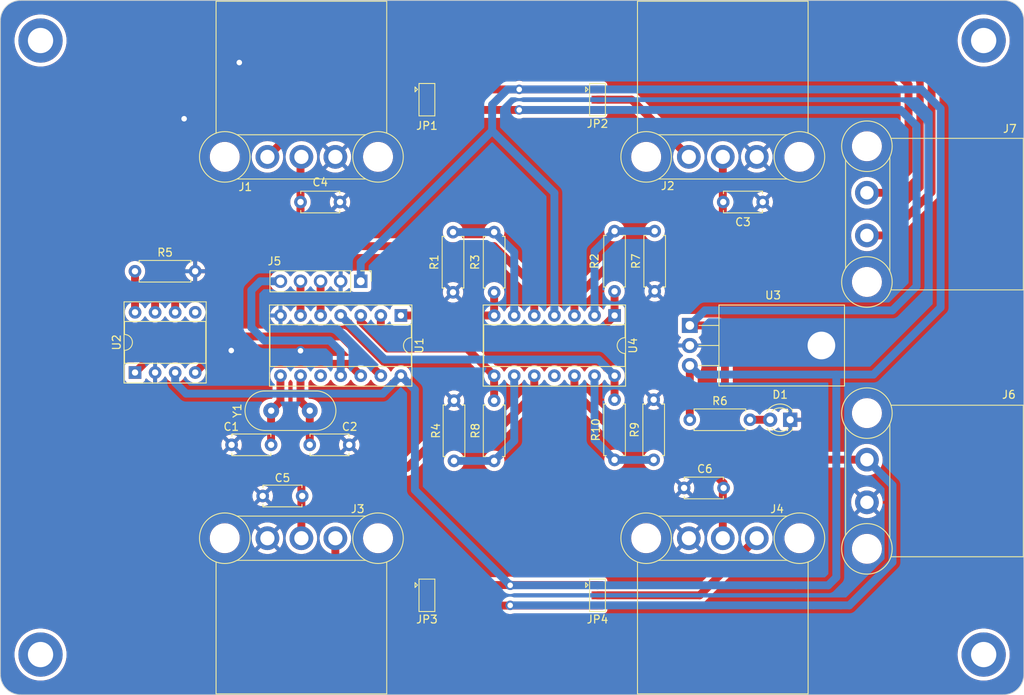
<source format=kicad_pcb>
(kicad_pcb (version 20221018) (generator pcbnew)
  (layers (0 "F.Cu" signal) (31 "B.Cu" signal) (34 "B.Paste" user) (35 "F.Paste" user) (36 "B.SilkS" user "B.Silkscreen") (37 "F.SilkS" user "F.Silkscreen") (38 "B.Mask" user) (39 "F.Mask" user) (44 "Edge.Cuts" user))
  (net 0 "")
  (net 1 "Net-(U1-OSC1)")
  (net 2 "GND")
  (net 3 "Net-(U1-OSC2)")
  (net 4 "Net-(J4-Pin_2)")
  (net 5 "/PWR LED")
  (net 6 "+5V")
  (net 7 "/DATA")
  (net 8 "/CLK")
  (net 9 "/VPP")
  (net 10 "+12V")
  (net 11 "/AN0")
  (net 12 "Net-(U2-Rs)")
  (net 13 "/AN1")
  (net 14 "/AN2")
  (net 15 "/AN3")
  (net 17 "/RXCAN")
  (net 18 "/TXCAN")
  (net 20 "Net-(J2-Pin_2)")
  (net 21 "Net-(J1-Pin_2)")
  (net 22 "Net-(J3-Pin_2)")
  (net 23 "Net-(J1-Pin_3)")
  (net 24 "Net-(J2-Pin_3)")
  (net 25 "Net-(J3-Pin_3)")
  (net 26 "Net-(J4-Pin_3)")
  (net 27 "Net-(J7-Pin_1)")
  (net 28 "Net-(J7-Pin_2)")
  (net 29 "Net-(U4B--)")
  (net 30 "Net-(U4A--)")
  (net 31 "Net-(U4C--)")
  (net 32 "Net-(U4D--)")
  (footprint "Resistor_THT:R_Axial_DIN0207_L6.3mm_D2.5mm_P7.62mm_Horizontal" (layer "F.Cu") (at 169.926 83.947 -90)
    (fp_text reference "R9" (at 3.81 2.413 90) (layer "F.SilkS"))
    (fp_text value "220R")
    (pad "1" thru_hole circle (at 0 0 270) (size 1.6 1.6) (drill 0.8) (layers "*.Cu" "*.Mask") (net 2 "GND"))
    (pad "2" thru_hole oval (at 7.62 0 270) (size 1.6 1.6) (drill 0.8) (layers "*.Cu" "*.Mask") (net 32 "Net-(U4D--)"))
  )
  (footprint "Package_TO_SOT_THT:TO-220-3_Horizontal_TabDown" (layer "F.Cu") (at 174.398 74.489 -90)
    (fp_text reference "U3" hide)
    (fp_text value "TL780-05KCS" hide)
    (fp_text user "${REFERENCE}" (at -3.75 -10.641 -180) (layer "F.SilkS"))
    (pad "1" thru_hole rect (at 0.06 -0.1 270) (size 1.905 2) (drill 1.1) (layers "*.Cu" "*.Mask") (net 10 "+12V"))
    (pad "2" thru_hole circle (at 2.6 -16.76 270) (size 4 4) (drill 3.5) (layers "*.Cu" "*.Mask") (net 2 "GND"))
    (pad "2" thru_hole oval (at 2.6 -0.1 270) (size 1.905 2) (drill 1.1) (layers "*.Cu" "*.Mask") (net 2 "GND"))
    (pad "3" thru_hole oval (at 5.14 -0.1 270) (size 1.905 2) (drill 1.1) (layers "*.Cu" "*.Mask") (net 6 "+5V"))
  )
  (footprint "Package_DIP:DIP-14_W7.62mm_Socket" (layer "F.Cu") (at 164.978 73.289 -90)
    (fp_text reference "U4" (at 3.81 -2.33 -90) (layer "F.SilkS"))
    (fp_text value "MCP6004")
    (pad "1" thru_hole rect (at 0 0 270) (size 1.6 1.6) (drill 0.8) (layers "*.Cu" "*.Mask") (net 13 "/AN1"))
    (pad "2" thru_hole oval (at 0 2.54 270) (size 1.6 1.6) (drill 0.8) (layers "*.Cu" "*.Mask") (net 30 "Net-(U4A--)"))
    (pad "3" thru_hole oval (at 0 5.08 270) (size 1.6 1.6) (drill 0.8) (layers "*.Cu" "*.Mask") (net 20 "Net-(J2-Pin_2)"))
    (pad "4" thru_hole oval (at 0 7.62 270) (size 1.6 1.6) (drill 0.8) (layers "*.Cu" "*.Mask") (net 6 "+5V"))
    (pad "5" thru_hole oval (at 0 10.16 270) (size 1.6 1.6) (drill 0.8) (layers "*.Cu" "*.Mask") (net 21 "Net-(J1-Pin_2)"))
    (pad "6" thru_hole oval (at 0 12.7 270) (size 1.6 1.6) (drill 0.8) (layers "*.Cu" "*.Mask") (net 29 "Net-(U4B--)"))
    (pad "7" thru_hole oval (at 0 15.24 270) (size 1.6 1.6) (drill 0.8) (layers "*.Cu" "*.Mask") (net 11 "/AN0"))
    (pad "8" thru_hole oval (at 7.62 15.24 270) (size 1.6 1.6) (drill 0.8) (layers "*.Cu" "*.Mask") (net 14 "/AN2"))
    (pad "9" thru_hole oval (at 7.62 12.7 270) (size 1.6 1.6) (drill 0.8) (layers "*.Cu" "*.Mask") (net 31 "Net-(U4C--)"))
    (pad "10" thru_hole oval (at 7.62 10.16 270) (size 1.6 1.6) (drill 0.8) (layers "*.Cu" "*.Mask") (net 22 "Net-(J3-Pin_2)"))
    (pad "11" thru_hole oval (at 7.62 7.62 270) (size 1.6 1.6) (drill 0.8) (layers "*.Cu" "*.Mask"))
    (pad "12" thru_hole oval (at 7.62 5.08 270) (size 1.6 1.6) (drill 0.8) (layers "*.Cu" "*.Mask") (net 4 "Net-(J4-Pin_2)"))
    (pad "13" thru_hole oval (at 7.62 2.54 270) (size 1.6 1.6) (drill 0.8) (layers "*.Cu" "*.Mask") (net 32 "Net-(U4D--)"))
    (pad "14" thru_hole oval (at 7.62 0 270) (size 1.6 1.6) (drill 0.8) (layers "*.Cu" "*.Mask") (net 15 "/AN3"))
  )
  (footprint "Package_DIP:DIP-8_W7.62mm_Socket" (layer "F.Cu") (at 104.277 80.508 90)
    (fp_text reference "U2" (at 3.81 -2.33 90) (layer "F.SilkS"))
    (fp_text value "MCP2551-I-P")
    (pad "1" thru_hole rect (at 0 0 90) (size 1.6 1.6) (drill 0.8) (layers "*.Cu" "*.Mask") (net 18 "/TXCAN"))
    (pad "2" thru_hole oval (at 0 2.54 90) (size 1.6 1.6) (drill 0.8) (layers "*.Cu" "*.Mask") (net 2 "GND"))
    (pad "3" thru_hole oval (at 0 5.08 90) (size 1.6 1.6) (drill 0.8) (layers "*.Cu" "*.Mask") (net 6 "+5V"))
    (pad "4" thru_hole oval (at 0 7.62 90) (size 1.6 1.6) (drill 0.8) (layers "*.Cu" "*.Mask") (net 17 "/RXCAN"))
    (pad "5" thru_hole oval (at 7.62 7.62 90) (size 1.6 1.6) (drill 0.8) (layers "*.Cu" "*.Mask"))
    (pad "6" thru_hole oval (at 7.62 5.08 90) (size 1.6 1.6) (drill 0.8) (layers "*.Cu" "*.Mask") (net 28 "Net-(J7-Pin_2)"))
    (pad "7" thru_hole oval (at 7.62 2.54 90) (size 1.6 1.6) (drill 0.8) (layers "*.Cu" "*.Mask") (net 27 "Net-(J7-Pin_1)"))
    (pad "8" thru_hole oval (at 7.62 0 90) (size 1.6 1.6) (drill 0.8) (layers "*.Cu" "*.Mask") (net 12 "Net-(U2-Rs)"))
  )
  (footprint "Jumper:SolderJumper-3_P1.3mm_Open_Pad1.0x1.5mm" (layer "F.Cu") (at 141.224 45.974 -90)
    (fp_text reference "JP1" (at 3.302 0) (layer "F.SilkS"))
    (fp_text value "SolderJumper_3_Open")
    (pad "1" smd rect (at -1.3 0 270) (size 1 1.5) (layers "F.Cu" "F.Mask") (net 6 "+5V"))
    (pad "2" smd rect (at 0 0 270) (size 1 1.5) (layers "F.Cu" "F.Mask") (net 23 "Net-(J1-Pin_3)"))
    (pad "3" smd rect (at 1.3 0 270) (size 1 1.5) (layers "F.Cu" "F.Mask") (net 10 "+12V"))
  )
  (footprint "Resistor_THT:R_Axial_DIN0207_L6.3mm_D2.5mm_P7.62mm_Horizontal" (layer "F.Cu") (at 149.733 62.738 -90)
    (fp_text reference "R3" (at 3.81 2.413 90) (layer "F.SilkS"))
    (fp_text value "220R")
    (pad "1" thru_hole circle (at 0 0 270) (size 1.6 1.6) (drill 0.8) (layers "*.Cu" "*.Mask") (net 29 "Net-(U4B--)"))
    (pad "2" thru_hole oval (at 7.62 0 270) (size 1.6 1.6) (drill 0.8) (layers "*.Cu" "*.Mask") (net 11 "/AN0"))
  )
  (footprint "Resistor_THT:R_Axial_DIN0207_L6.3mm_D2.5mm_P7.62mm_Horizontal" (layer "F.Cu") (at 144.526 70.358 90)
    (fp_text reference "R1" (at 3.81 -2.37 90) (layer "F.SilkS"))
    (fp_text value "220R")
    (pad "1" thru_hole circle (at 0 0 90) (size 1.6 1.6) (drill 0.8) (layers "*.Cu" "*.Mask") (net 2 "GND"))
    (pad "2" thru_hole oval (at 7.62 0 90) (size 1.6 1.6) (drill 0.8) (layers "*.Cu" "*.Mask") (net 29 "Net-(U4B--)"))
  )
  (footprint "Jumper:SolderJumper-3_P1.3mm_Open_Pad1.0x1.5mm" (layer "F.Cu") (at 162.814 108.712 -90)
    (fp_text reference "JP4" (at 3.048 0 -180) (layer "F.SilkS"))
    (fp_text value "SolderJumper_3_Open")
    (pad "1" smd rect (at -1.3 0 270) (size 1 1.5) (layers "F.Cu" "F.Mask") (net 6 "+5V"))
    (pad "2" smd rect (at 0 0 270) (size 1 1.5) (layers "F.Cu" "F.Mask") (net 26 "Net-(J4-Pin_3)"))
    (pad "3" smd rect (at 1.3 0 270) (size 1 1.5) (layers "F.Cu" "F.Mask") (net 10 "+12V"))
  )
  (footprint "bspd:ATF13-3P-BM03" (layer "F.Cu") (at 129.634793 53.213652 180)
    (fp_text reference "J1" (at 11.397793 -3.809348 unlocked) (layer "F.SilkS"))
    (fp_text value "Conn_01x03")
    (pad "" np_thru_hole circle (at -5.4 0 180) (size 3.3 3.3) (drill 3.3) (layers "F&B.Cu" "*.Mask"))
    (pad "" np_thru_hole circle (at 14 0 180) (size 3.3 3.3) (drill 3.3) (layers "F&B.Cu" "*.Mask"))
    (pad "1" thru_hole circle (at 0 0 180) (size 3 3) (drill 1.8) (layers "*.Cu" "*.Mask") (net 2 "GND"))
    (pad "2" thru_hole circle (at 4.3 0 180) (size 3 3) (drill 1.8) (layers "*.Cu" "*.Mask") (net 21 "Net-(J1-Pin_2)"))
    (pad "3" thru_hole circle (at 8.6 0 180) (size 3 3) (drill 1.8) (layers "*.Cu" "*.Mask") (net 23 "Net-(J1-Pin_3)"))
  )
  (footprint "footprints:ATF13-2P-BM03" (layer "F.Cu") (at 196.917793 63.157652 90)
    (fp_text reference "J7" (at 13.500652 18.093207 unlocked) (layer "F.SilkS"))
    (fp_text value "Conn_01x02")
    (pad "" np_thru_hole circle (at -5.89 0 90) (size 3.3 3.3) (drill 3.3) (layers "F&B.Cu" "*.Mask"))
    (pad "" np_thru_hole circle (at 11.29 0 90) (size 3.3 3.3) (drill 3.3) (layers "F&B.Cu" "*.Mask"))
    (pad "1" thru_hole circle (at 0 0 90) (size 3 3) (drill 1.7) (layers "*.Cu" "*.Mask") (net 27 "Net-(J7-Pin_1)"))
    (pad "2" thru_hole circle (at 5.4 0 90) (size 3 3) (drill 1.7) (layers "*.Cu" "*.Mask") (net 28 "Net-(J7-Pin_2)"))
  )
  (footprint "footprints:ATF13-2P-BM03" (layer "F.Cu") (at 196.917793 96.939652 90)
    (fp_text reference "J6" (at 13.627652 17.966207 unlocked) (layer "F.SilkS"))
    (fp_text value "Conn_01x02")
    (pad "" np_thru_hole circle (at -5.89 0 90) (size 3.3 3.3) (drill 3.3) (layers "F&B.Cu" "*.Mask"))
    (pad "" np_thru_hole circle (at 11.29 0 90) (size 3.3 3.3) (drill 3.3) (layers "F&B.Cu" "*.Mask"))
    (pad "1" thru_hole circle (at 0 0 90) (size 3 3) (drill 1.7) (layers "*.Cu" "*.Mask") (net 2 "GND"))
    (pad "2" thru_hole circle (at 5.4 0 90) (size 3 3) (drill 1.7) (layers "*.Cu" "*.Mask") (net 10 "+12V"))
  )
  (footprint "Jumper:SolderJumper-3_P1.3mm_Open_Pad1.0x1.5mm" (layer "F.Cu") (at 141.224 108.712 -90)
    (fp_text reference "JP3" (at 3.048 0 -180) (layer "F.SilkS"))
    (fp_text value "SolderJumper_3_Open")
    (pad "1" smd rect (at -1.3 0 270) (size 1 1.5) (layers "F.Cu" "F.Mask") (net 6 "+5V"))
    (pad "2" smd rect (at 0 0 270) (size 1 1.5) (layers "F.Cu" "F.Mask") (net 25 "Net-(J3-Pin_3)"))
    (pad "3" smd rect (at 1.3 0 270) (size 1 1.5) (layers "F.Cu" "F.Mask") (net 10 "+12V"))
  )
  (footprint "" (layer "F.Cu") (at 211.694793 38.486652)
    (fp_text reference "" (at 0 0) (layer "F.SilkS") (effects (font (size 1.27 1.27))))
    (fp_text value "" (at 0 0) (layer "F.SilkS") (effects (font (size 1.27 1.27))))
    (pad "1" thru_hole circle (at 0 0) (size 5.6 5.6) (drill 3.2) (layers "*.Cu" "*.Mask"))
  )
  (footprint "Resistor_THT:R_Axial_DIN0207_L6.3mm_D2.5mm_P7.62mm_Horizontal" (layer "F.Cu") (at 144.653 84.074 -90)
    (fp_text reference "R4" (at 3.81 2.286 90) (layer "F.SilkS"))
    (fp_text value "220R")
    (pad "1" thru_hole circle (at 0 0 270) (size 1.6 1.6) (drill 0.8) (layers "*.Cu" "*.Mask") (net 2 "GND"))
    (pad "2" thru_hole oval (at 7.62 0 270) (size 1.6 1.6) (drill 0.8) (layers "*.Cu" "*.Mask") (net 31 "Net-(U4C--)"))
  )
  (footprint "Capacitor_THT:C_Disc_D4.7mm_W2.5mm_P5.00mm" (layer "F.Cu") (at 178.776 95.123 180)
    (fp_text reference "C6" (at 2.373 2.413) (layer "F.SilkS"))
    (fp_text value "TBD")
    (pad "1" thru_hole circle (at 0 0 180) (size 1.6 1.6) (drill 0.8) (layers "*.Cu" "*.Mask") (net 4 "Net-(J4-Pin_2)"))
    (pad "2" thru_hole circle (at 5 0 180) (size 1.6 1.6) (drill 0.8) (layers "*.Cu" "*.Mask") (net 2 "GND"))
  )
  (footprint "Resistor_THT:R_Axial_DIN0207_L6.3mm_D2.5mm_P7.62mm_Horizontal" (layer "F.Cu") (at 104.267 67.691)
    (fp_text reference "R5" (at 3.81 -2.37) (layer "F.SilkS"))
    (fp_text value "20K")
    (pad "1" thru_hole circle (at 0 0) (size 1.6 1.6) (drill 0.8) (layers "*.Cu" "*.Mask") (net 12 "Net-(U2-Rs)"))
    (pad "2" thru_hole oval (at 7.62 0) (size 1.6 1.6) (drill 0.8) (layers "*.Cu" "*.Mask") (net 2 "GND"))
  )
  (footprint "Resistor_THT:R_Axial_DIN0207_L6.3mm_D2.5mm_P7.62mm_Horizontal" (layer "F.Cu") (at 174.498 86.487)
    (fp_text reference "R6" (at 3.81 -2.37) (layer "F.SilkS"))
    (fp_text value "220R")
    (pad "1" thru_hole circle (at 0 0) (size 1.6 1.6) (drill 0.8) (layers "*.Cu" "*.Mask") (net 6 "+5V"))
    (pad "2" thru_hole oval (at 7.62 0) (size 1.6 1.6) (drill 0.8) (layers "*.Cu" "*.Mask") (net 5 "/PWR LED"))
  )
  (footprint "Capacitor_THT:C_Disc_D4.7mm_W2.5mm_P5.00mm" (layer "F.Cu") (at 125.436 96.139 180)
    (fp_text reference "C5" (at 2.5 2.286) (layer "F.SilkS"))
    (fp_text value "TBD")
    (pad "1" thru_hole circle (at 0 0 180) (size 1.6 1.6) (drill 0.8) (layers "*.Cu" "*.Mask") (net 22 "Net-(J3-Pin_2)"))
    (pad "2" thru_hole circle (at 5 0 180) (size 1.6 1.6) (drill 0.8) (layers "*.Cu" "*.Mask") (net 2 "GND"))
  )
  (footprint "Resistor_THT:R_Axial_DIN0207_L6.3mm_D2.5mm_P7.62mm_Horizontal" (layer "F.Cu") (at 149.733 91.694 90)
    (fp_text reference "R8" (at 3.81 -2.37 90) (layer "F.SilkS"))
    (fp_text value "220R")
    (pad "1" thru_hole circle (at 0 0 90) (size 1.6 1.6) (drill 0.8) (layers "*.Cu" "*.Mask") (net 31 "Net-(U4C--)"))
    (pad "2" thru_hole oval (at 7.62 0 90) (size 1.6 1.6) (drill 0.8) (layers "*.Cu" "*.Mask") (net 14 "/AN2"))
  )
  (footprint "" (layer "F.Cu") (at 211.694793 116.210652)
    (fp_text reference "" (at 0 0) (layer "F.SilkS") (effects (font (size 1.27 1.27))))
    (fp_text value "" (at 0 0) (layer "F.SilkS") (effects (font (size 1.27 1.27))))
    (pad "1" thru_hole circle (at 0 0) (size 5.6 5.6) (drill 3.2) (layers "*.Cu" "*.Mask"))
  )
  (footprint "bspd:ATF13-3P-BM03" (layer "F.Cu") (at 121.034793 101.483652)
    (fp_text reference "J3" (at 11.426207 -3.7 unlocked) (layer "F.SilkS"))
    (fp_text value "Conn_01x03")
    (pad "" np_thru_hole circle (at -5.4 0) (size 3.3 3.3) (drill 3.3) (layers "F&B.Cu" "*.Mask"))
    (pad "" np_thru_hole circle (at 14 0) (size 3.3 3.3) (drill 3.3) (layers "F&B.Cu" "*.Mask"))
    (pad "1" thru_hole circle (at 0 0) (size 3 3) (drill 1.8) (layers "*.Cu" "*.Mask") (net 2 "GND"))
    (pad "2" thru_hole circle (at 4.3 0) (size 3 3) (drill 1.8) (layers "*.Cu" "*.Mask") (net 22 "Net-(J3-Pin_2)"))
    (pad "3" thru_hole circle (at 8.6 0) (size 3 3) (drill 1.8) (layers "*.Cu" "*.Mask") (net 25 "Net-(J3-Pin_3)"))
  )
  (footprint "bspd:ATF13-3P-BM03" (layer "F.Cu") (at 174.374793 101.483652)
    (fp_text reference "J4" (at 11.172207 -3.693652 unlocked) (layer "F.SilkS"))
    (fp_text value "Conn_01x03")
    (pad "" np_thru_hole circle (at -5.4 0) (size 3.3 3.3) (drill 3.3) (layers "F&B.Cu" "*.Mask"))
    (pad "" np_thru_hole circle (at 14 0) (size 3.3 3.3) (drill 3.3) (layers "F&B.Cu" "*.Mask"))
    (pad "1" thru_hole circle (at 0 0) (size 3 3) (drill 1.8) (layers "*.Cu" "*.Mask") (net 2 "GND"))
    (pad "2" thru_hole circle (at 4.3 0) (size 3 3) (drill 1.8) (layers "*.Cu" "*.Mask") (net 4 "Net-(J4-Pin_2)"))
    (pad "3" thru_hole circle (at 8.6 0) (size 3 3) (drill 1.8) (layers "*.Cu" "*.Mask") (net 26 "Net-(J4-Pin_3)"))
  )
  (footprint "LED_THT:LED_D3.0mm" (layer "F.Cu") (at 187.203 86.487 180)
    (fp_text reference "D1" (at 1.27 3.175) (layer "F.SilkS"))
    (fp_text value "PWR LED")
    (pad "1" thru_hole rect (at 0 0 180) (size 1.8 1.8) (drill 0.9) (layers "*.Cu" "*.Mask") (net 2 "GND"))
    (pad "2" thru_hole circle (at 2.54 0 180) (size 1.8 1.8) (drill 0.9) (layers "*.Cu" "*.Mask") (net 5 "/PWR LED"))
  )
  (footprint "footprints:9B-16.000MAAJ-B" (layer "F.Cu") (at 123.952 85.344 90)
    (fp_text reference "Y1" (at 0 -6.731 90) (layer "F.SilkS"))
    (fp_text value "Crystal")
    (pad "1" thru_hole circle (at 0 -2.44 90) (size 2 2) (drill 0.8) (layers "*.Cu" "*.Mask") (net 1 "Net-(U1-OSC1)"))
    (pad "2" thru_hole circle (at 0 2.44 90) (size 2 2) (drill 0.8) (layers "*.Cu" "*.Mask") (net 3 "Net-(U1-OSC2)"))
  )
  (footprint "" (layer "F.Cu") (at 92.314793 38.486652)
    (fp_text reference "" (at 0 0) (layer "F.SilkS") (effects (font (size 1.27 1.27))))
    (fp_text value "" (at 0 0) (layer "F.SilkS") (effects (font (size 1.27 1.27))))
    (pad "1" thru_hole circle (at 0 0) (size 5.6 5.6) (drill 3.2) (layers "*.Cu" "*.Mask"))
  )
  (footprint "Jumper:SolderJumper-3_P1.3mm_Open_Pad1.0x1.5mm" (layer "F.Cu") (at 162.814 45.974 -90)
    (fp_text reference "JP2" (at 3.048 0) (layer "F.SilkS"))
    (fp_text value "SolderJumper_3_Open")
    (pad "1" smd rect (at -1.3 0 270) (size 1 1.5) (layers "F.Cu" "F.Mask") (net 6 "+5V"))
    (pad "2" smd rect (at 0 0 270) (size 1 1.5) (layers "F.Cu" "F.Mask") (net 24 "Net-(J2-Pin_3)"))
    (pad "3" smd rect (at 1.3 0 270) (size 1 1.5) (layers "F.Cu" "F.Mask") (net 10 "+12V"))
  )
  (footprint "Capacitor_THT:C_Disc_D4.7mm_W2.5mm_P5.00mm" (layer "F.Cu") (at 126.392 89.662)
    (fp_text reference "C2" (at 5.053 -2.286) (layer "F.SilkS"))
    (fp_text value "27pF")
    (pad "1" thru_hole circle (at 0 0) (size 1.6 1.6) (drill 0.8) (layers "*.Cu" "*.Mask") (net 3 "Net-(U1-OSC2)"))
    (pad "2" thru_hole circle (at 5 0) (size 1.6 1.6) (drill 0.8) (layers "*.Cu" "*.Mask") (net 2 "GND"))
  )
  (footprint "Resistor_THT:R_Axial_DIN0207_L6.3mm_D2.5mm_P7.62mm_Horizontal" (layer "F.Cu") (at 170.053 70.231 90)
    (fp_text reference "R7" (at 3.81 -2.37 90) (layer "F.SilkS"))
    (fp_text value "220R")
    (pad "1" thru_hole circle (at 0 0 90) (size 1.6 1.6) (drill 0.8) (layers "*.Cu" "*.Mask") (net 2 "GND"))
    (pad "2" thru_hole oval (at 7.62 0 90) (size 1.6 1.6) (drill 0.8) (layers "*.Cu" "*.Mask") (net 30 "Net-(U4A--)"))
  )
  (footprint "Capacitor_THT:C_Disc_D4.7mm_W2.5mm_P5.00mm" (layer "F.Cu") (at 125.222 58.928)
    (fp_text reference "C4" (at 2.5 -2.5) (layer "F.SilkS"))
    (fp_text value "TBD")
    (pad "1" thru_hole circle (at 0 0) (size 1.6 1.6) (drill 0.8) (layers "*.Cu" "*.Mask") (net 21 "Net-(J1-Pin_2)"))
    (pad "2" thru_hole circle (at 5 0) (size 1.6 1.6) (drill 0.8) (layers "*.Cu" "*.Mask") (net 2 "GND"))
  )
  (footprint "Package_DIP:DIP-14_W7.62mm_Socket" (layer "F.Cu") (at 137.927 73.289 -90)
    (fp_text reference "U1" (at 3.81 -2.33 90) (layer "F.SilkS"))
    (fp_text value "~")
    (pad "1" thru_hole rect (at 0 0 270) (size 1.6 1.6) (drill 0.8) (layers "*.Cu" "*.Mask") (net 11 "/AN0"))
    (pad "2" thru_hole oval (at 0 2.54 270) (size 1.6 1.6) (drill 0.8) (layers "*.Cu" "*.Mask") (net 13 "/AN1"))
    (pad "3" thru_hole oval (at 0 5.08 270) (size 1.6 1.6) (drill 0.8) (layers "*.Cu" "*.Mask") (net 14 "/AN2"))
    (pad "4" thru_hole oval (at 0 7.62 270) (size 1.6 1.6) (drill 0.8) (layers "*.Cu" "*.Mask") (net 15 "/AN3"))
    (pad "5" thru_hole oval (at 0 10.16 270) (size 1.6 1.6) (drill 0.8) (layers "*.Cu" "*.Mask") (net 7 "/DATA"))
    (pad "6" thru_hole oval (at 0 12.7 270) (size 1.6 1.6) (drill 0.8) (layers "*.Cu" "*.Mask") (net 8 "/CLK"))
    (pad "7" thru_hole oval (at 0 15.24 270) (size 1.6 1.6) (drill 0.8) (layers "*.Cu" "*.Mask") (net 2 "GND"))
    (pad "8" thru_hole oval (at 7.62 15.24 270) (size 1.6 1.6) (drill 0.8) (layers "*.Cu" "*.Mask") (net 1 "Net-(U1-OSC1)"))
    (pad "9" thru_hole oval (at 7.62 12.7 270) (size 1.6 1.6) (drill 0.8) (layers "*.Cu" "*.Mask") (net 3 "Net-(U1-OSC2)"))
    (pad "10" thru_hole oval (at 7.62 10.16 270) (size 1.6 1.6) (drill 0.8) (layers "*.Cu" "*.Mask"))
    (pad "11" thru_hole oval (at 7.62 7.62 270) (size 1.6 1.6) (drill 0.8) (layers "*.Cu" "*.Mask") (net 9 "/VPP"))
    (pad "12" thru_hole oval (at 7.62 5.08 270) (size 1.6 1.6) (drill 0.8) (layers "*.Cu" "*.Mask") (net 17 "/RXCAN"))
    (pad "13" thru_hole oval (at 7.62 2.54 270) (size 1.6 1.6) (drill 0.8) (layers "*.Cu" "*.Mask") (net 18 "/TXCAN"))
    (pad "14" thru_hole oval (at 7.62 0 270) (size 1.6 1.6) (drill 0.8) (layers "*.Cu" "*.Mask") (net 6 "+5V"))
  )
  (footprint "Connector_PinHeader_2.54mm:PinHeader_1x05_P2.54mm_Vertical" (layer "F.Cu") (at 132.842 68.961 -90)
    (fp_text reference "J5" (at -2.54 10.922 -180) (layer "F.SilkS"))
    (fp_text value "Conn_01x05_Pin")
    (pad "1" thru_hole rect (at 0 0 270) (size 1.7 1.7) (drill 1) (layers "*.Cu" "*.Mask") (net 6 "+5V"))
    (pad "2" thru_hole oval (at 0 2.54 270) (size 1.7 1.7) (drill 1) (layers "*.Cu" "*.Mask") (net 2 "GND"))
    (pad "3" thru_hole oval (at 0 5.08 270) (size 1.7 1.7) (drill 1) (layers "*.Cu" "*.Mask") (net 7 "/DATA"))
    (pad "4" thru_hole oval (at 0 7.62 270) (size 1.7 1.7) (drill 1) (layers "*.Cu" "*.Mask") (net 8 "/CLK"))
    (pad "5" thru_hole oval (at 0 10.16 270) (size 1.7 1.7) (drill 1) (layers "*.Cu" "*.Mask") (net 9 "/VPP"))
  )
  (footprint "Resistor_THT:R_Axial_DIN0207_L6.3mm_D2.5mm_P7.62mm_Horizontal" (layer "F.Cu") (at 164.973 91.567 90)
    (fp_text reference "R10" (at 3.81 -2.37 90) (layer "F.SilkS"))
    (fp_text value "220R")
    (pad "1" thru_hole circle (at 0 0 90) (size 1.6 1.6) (drill 0.8) (layers "*.Cu" "*.Mask") (net 32 "Net-(U4D--)"))
    (pad "2" thru_hole oval (at 7.62 0 90) (size 1.6 1.6) (drill 0.8) (layers "*.Cu" "*.Mask") (net 15 "/AN3"))
  )
  (footprint "Resistor_THT:R_Axial_DIN0207_L6.3mm_D2.5mm_P7.62mm_Horizontal" (layer "F.Cu") (at 164.973 62.611 -90)
    (fp_text reference "R2" (at 3.81 2.54 90) (layer "F.SilkS"))
    (fp_text value "220R")
    (pad "1" thru_hole circle (at 0 0 270) (size 1.6 1.6) (drill 0.8) (layers "*.Cu" "*.Mask") (net 30 "Net-(U4A--)"))
    (pad "2" thru_hole oval (at 7.62 0 270) (size 1.6 1.6) (drill 0.8) (layers "*.Cu" "*.Mask") (net 13 "/AN1"))
  )
  (footprint "bspd:ATF13-3P-BM03" (layer "F.Cu") (at 182.974793 53.213652 180)
    (fp_text reference "J2" (at 11.270793 -3.682348 unlocked) (layer "F.SilkS"))
    (fp_text value "Conn_01x03")
    (pad "" np_thru_hole circle (at -5.4 0 180) (size 3.3 3.3) (drill 3.3) (layers "F&B.Cu" "*.Mask"))
    (pad "" np_thru_hole circle (at 14 0 180) (size 3.3 3.3) (drill 3.3) (layers "F&B.Cu" "*.Mask"))
    (pad "1" thru_hole circle (at 0 0 180) (size 3 3) (drill 1.8) (layers "*.Cu" "*.Mask") (net 2 "GND"))
    (pad "2" thru_hole circle (at 4.3 0 180) (size 3 3) (drill 1.8) (layers "*.Cu" "*.Mask") (net 20 "Net-(J2-Pin_2)"))
    (pad "3" thru_hole circle (at 8.6 0 180) (size 3 3) (drill 1.8) (layers "*.Cu" "*.Mask") (net 24 "Net-(J2-Pin_3)"))
  )
  (footprint "" (layer "F.Cu") (at 92.314793 116.210652)
    (fp_text reference "" (at 0 0) (layer "F.SilkS") (effects (font (size 1.27 1.27))))
    (fp_text value "" (at 0 0) (layer "F.SilkS") (effects (font (size 1.27 1.27))))
    (pad "1" thru_hole circle (at 0 0) (size 5.6 5.6) (drill 3.2) (layers "*.Cu" "*.Mask"))
  )
  (footprint "Capacitor_THT:C_Disc_D4.7mm_W2.5mm_P5.00mm" (layer "F.Cu") (at 178.729 58.928)
    (fp_text reference "C3" (at 2.5 2.54) (layer "F.SilkS"))
    (fp_text value "TBD")
    (pad "1" thru_hole circle (at 0 0) (size 1.6 1.6) (drill 0.8) (layers "*.Cu" "*.Mask") (net 20 "Net-(J2-Pin_2)"))
    (pad "2" thru_hole circle (at 5 0) (size 1.6 1.6) (drill 0.8) (layers "*.Cu" "*.Mask") (net 2 "GND"))
  )
  (footprint "Capacitor_THT:C_Disc_D4.7mm_W2.5mm_P5.00mm" (layer "F.Cu") (at 121.499 89.662 180)
    (fp_text reference "C1" (at 5.04 2.286) (layer "F.SilkS"))
    (fp_text value "27pF")
    (pad "1" thru_hole circle (at 0 0 180) (size 1.6 1.6) (drill 0.8) (layers "*.Cu" "*.Mask") (net 1 "Net-(U1-OSC1)"))
    (pad "2" thru_hole circle (at 5 0 180) (size 1.6 1.6) (drill 0.8) (layers "*.Cu" "*.Mask") (net 2 "GND"))
  )
  (gr_line (start 216.774793 118.750652) (end 216.774793 35.946652) (stroke (width 0.1)) (layer "Edge.Cuts"))
  (gr_arc (start 89.774793 121.290652) (mid 87.978742 120.546703) (end 87.234793 118.750652) (stroke (width 0.1)) (layer "Edge.Cuts"))
  (gr_arc (start 216.774793 118.750652) (mid 216.030844 120.546703) (end 214.234793 121.290652) (stroke (width 0.1)) (layer "Edge.Cuts"))
  (gr_line (start 89.774793 121.290652) (end 214.234793 121.290652) (stroke (width 0.1)) (layer "Edge.Cuts"))
  (gr_line (start 89.774793 33.406652) (end 214.476125 33.406652) (stroke (width 0.1)) (layer "Edge.Cuts"))
  (gr_arc (start 87.234793 35.946652) (mid 87.978742 34.150601) (end 89.774793 33.406652) (stroke (width 0.1)) (layer "Edge.Cuts"))
  (gr_arc (start 214.476125 33.406652) (mid 216.114792 34.233812) (end 216.774793 35.946652) (stroke (width 0.1)) (layer "Edge.Cuts"))
  (gr_line (start 87.234793 35.946652) (end 87.234793 118.750652) (stroke (width 0.1)) (layer "Edge.Cuts"))
  (segment (start 121.499 85.357) (end 121.512 85.344) (width 1) (layer "F.Cu") (net 1))
  (segment (start 121.512 85.344) (end 122.682 84.174) (width 1) (layer "F.Cu") (net 1))
  (segment (start 122.682 80.914) (end 122.687 80.909) (width 1) (layer "F.Cu") (net 1))
  (segment (start 121.499 89.662) (end 121.499 85.357) (width 1) (layer "F.Cu") (net 1))
  (segment (start 122.682 84.174) (end 122.682 80.914) (width 1) (layer "F.Cu") (net 1))
  (via (at 117.475 41.275) (size 1.2) (drill 0.7) (layers "F.Cu" "B.Cu") (net 2))
  (via (at 110.49 48.387) (size 1.2) (drill 0.7) (layers "F.Cu" "B.Cu") (net 2))
  (via (at 116.459 77.724) (size 1.2) (drill 0.7) (layers "F.Cu" "B.Cu") (net 2))
  (via (at 125.222 77.7535) (size 1.2) (drill 0.7) (layers "F.Cu" "B.Cu") (net 2))
  (segment (start 126.392 85.344) (end 125.222 84.174) (width 1) (layer "F.Cu") (net 3))
  (segment (start 125.222 84.174) (end 125.222 80.914) (width 1) (layer "F.Cu") (net 3))
  (segment (start 125.222 80.914) (end 125.227 80.909) (width 1) (layer "F.Cu") (net 3))
  (segment (start 126.392 89.662) (end 126.392 85.344) (width 1) (layer "F.Cu") (net 3))
  (segment (start 165.227 88.265) (end 159.898 82.936) (width 1) (layer "F.Cu") (net 4))
  (segment (start 159.898 82.936) (end 159.898 80.909) (width 1) (layer "F.Cu") (net 4))
  (segment (start 178.674793 101.483652) (end 178.674793 95.224207) (width 1) (layer "F.Cu") (net 4))
  (segment (start 178.674793 95.224207) (end 178.776 95.123) (width 1) (layer "F.Cu") (net 4))
  (segment (start 178.776 95.123) (end 178.776 94.5115) (width 1) (layer "F.Cu") (net 4))
  (segment (start 178.776 94.5115) (end 172.5295 88.265) (width 1) (layer "F.Cu") (net 4))
  (segment (start 172.5295 88.265) (end 165.227 88.265) (width 1) (layer "F.Cu") (net 4))
  (segment (start 184.663 86.487) (end 182.118 86.487) (width 1) (layer "F.Cu") (net 5))
  (segment (start 162.814 44.674) (end 141.224 44.674) (width 1) (layer "F.Cu") (net 6))
  (segment (start 162.814 107.412) (end 141.224 107.412) (width 1) (layer "F.Cu") (net 6))
  (segment (start 174.498 86.487) (end 174.498 79.629) (width 1) (layer "F.Cu") (net 6))
  (via (at 151.765 107.442) (size 1.2) (drill 0.7) (layers "F.Cu" "B.Cu") (net 6))
  (via (at 152.908 44.674) (size 1.2) (drill 0.7) (layers "F.Cu" "B.Cu") (net 6))
  (segment (start 203.805 44.674) (end 152.938 44.674) (width 1) (layer "B.Cu") (net 6))
  (segment (start 109.357 80.508) (end 109.357 81.798) (width 1) (layer "B.Cu") (net 6))
  (segment (start 157.358 57.79) (end 157.358 73.289) (width 1) (layer "B.Cu") (net 6))
  (segment (start 192.024 107.442) (end 187.96 107.442) (width 1) (layer "B.Cu") (net 6))
  (segment (start 193.04 80.772) (end 193.04 106.426) (width 1) (layer "B.Cu") (net 6))
  (segment (start 149.479 49.911) (end 132.842 66.548) (width 1) (layer "B.Cu") (net 6))
  (segment (start 137.932 80.909) (end 139.7 82.677) (width 1) (layer "B.Cu") (net 6))
  (segment (start 197.739 80.772) (end 206.248 72.263) (width 1) (layer "B.Cu") (net 6))
  (segment (start 162.814 107.442) (end 151.765 107.442) (width 1) (layer "B.Cu") (net 6))
  (segment (start 149.479 46.609) (end 149.479 49.911) (width 1) (layer "B.Cu") (net 6))
  (segment (start 175.641 80.772) (end 197.739 80.772) (width 1) (layer "B.Cu") (net 6))
  (segment (start 206.248 72.263) (end 206.248 47.117) (width 1) (layer "B.Cu") (net 6))
  (segment (start 149.479 49.911) (end 157.358 57.79) (width 1) (layer "B.Cu") (net 6))
  (segment (start 187.96 107.442) (end 162.814 107.442) (width 1) (layer "B.Cu") (net 6))
  (segment (start 206.248 47.117) (end 203.805 44.674) (width 1) (layer "B.Cu") (net 6))
  (segment (start 132.842 66.548) (end 132.842 68.961) (width 1) (layer "B.Cu") (net 6))
  (segment (start 174.498 79.629) (end 175.641 80.772) (width 1) (layer "B.Cu") (net 6))
  (segment (start 151.414 44.674) (end 149.479 46.609) (width 1) (layer "B.Cu") (net 6))
  (segment (start 152.938 44.674) (end 152.908 44.704) (width 1) (layer "B.Cu") (net 6))
  (segment (start 135.636 83.185) (end 137.912 80.909) (width 1) (layer "B.Cu") (net 6))
  (segment (start 193.04 106.426) (end 192.024 107.442) (width 1) (layer "B.Cu") (net 6))
  (segment (start 152.908 44.674) (end 151.414 44.674) (width 1) (layer "B.Cu") (net 6))
  (segment (start 109.357 81.798) (end 110.744 83.185) (width 1) (layer "B.Cu") (net 6))
  (segment (start 139.7 95.377) (end 151.765 107.442) (width 1) (layer "B.Cu") (net 6))
  (segment (start 152.908 44.704) (end 152.878 44.674) (width 1) (layer "B.Cu") (net 6))
  (segment (start 110.744 83.185) (end 135.636 83.185) (width 1) (layer "B.Cu") (net 6))
  (segment (start 137.927 80.909) (end 137.932 80.909) (width 1) (layer "B.Cu") (net 6))
  (segment (start 137.912 80.909) (end 137.927 80.909) (width 1) (layer "B.Cu") (net 6))
  (segment (start 139.7 82.677) (end 139.7 95.377) (width 1) (layer "B.Cu") (net 6))
  (segment (start 127.762 73.284) (end 127.767 73.289) (width 1) (layer "F.Cu") (net 7))
  (segment (start 127.762 68.961) (end 127.762 73.284) (width 1) (layer "F.Cu") (net 7))
  (segment (start 125.222 73.284) (end 125.227 73.289) (width 1) (layer "F.Cu") (net 8))
  (segment (start 125.222 68.961) (end 125.222 73.284) (width 1) (layer "F.Cu") (net 8))
  (segment (start 118.999 74.803) (end 120.65 76.454) (width 1) (layer "B.Cu") (net 9))
  (segment (start 118.999 70.104) (end 118.999 74.803) (width 1) (layer "B.Cu") (net 9))
  (segment (start 120.65 76.454) (end 128.905 76.454) (width 1) (layer "B.Cu") (net 9))
  (segment (start 130.307 77.856) (end 130.307 80.909) (width 1) (layer "B.Cu") (net 9))
  (segment (start 128.905 76.454) (end 130.307 77.856) (width 1) (layer "B.Cu") (net 9))
  (segment (start 120.142 68.961) (end 118.999 70.104) (width 1) (layer "B.Cu") (net 9))
  (segment (start 122.682 68.961) (end 120.142 68.961) (width 1) (layer "B.Cu") (net 9))
  (segment (start 178.943 88.519) (end 181.963652 91.539652) (width 1) (layer "F.Cu") (net 10))
  (segment (start 181.963652 91.539652) (end 196.917793 91.539652) (width 1) (layer "F.Cu") (net 10))
  (segment (start 152.938 47.274) (end 152.908 47.244) (width 1) (layer "F.Cu") (net 10))
  (segment (start 152.908 47.244) (end 152.878 47.274) (width 1) (layer "F.Cu") (net 10))
  (segment (start 152.878 47.274) (end 141.224 47.274) (width 1) (layer "F.Cu") (net 10))
  (segment (start 162.814 110.012) (end 141.224 110.012) (width 1) (layer "F.Cu") (net 10))
  (segment (start 178.943 75.438) (end 178.943 88.519) (width 1) (layer "F.Cu") (net 10))
  (segment (start 162.814 47.274) (end 152.938 47.274) (width 1) (layer "F.Cu") (net 10))
  (segment (start 178.054 74.549) (end 178.943 75.438) (width 1) (layer "F.Cu") (net 10))
  (segment (start 174.498 74.549) (end 178.054 74.549) (width 1) (layer "F.Cu") (net 10))
  (via (at 152.908 47.274) (size 1.2) (drill 0.7) (layers "F.Cu" "B.Cu") (net 10))
  (via (at 151.765 109.982) (size 1.2) (drill 0.7) (layers "F.Cu" "B.Cu") (net 10))
  (segment (start 152.938 47.274) (end 152.908 47.244) (width 1) (layer "B.Cu") (net 10))
  (segment (start 203.2 49.276) (end 201.198 47.274) (width 1) (layer "B.Cu") (net 10))
  (segment (start 203.2 69.596) (end 203.2 49.276) (width 1) (layer "B.Cu") (net 10))
  (segment (start 196.917793 91.539652) (end 200.152 94.773859) (width 1) (layer "B.Cu") (net 10))
  (segment (start 151.765 109.982) (end 151.8285 109.982) (width 1) (layer "B.Cu") (net 10))
  (segment (start 201.198 47.274) (end 152.938 47.274) (width 1) (layer "B.Cu") (net 10))
  (segment (start 200.152 72.644) (end 203.2 69.596) (width 1) (layer "B.Cu") (net 10))
  (segment (start 194.691 109.982) (end 193.6115 109.982) (width 1) (layer "B.Cu") (net 10))
  (segment (start 200.152 94.773859) (end 200.152 104.521) (width 1) (layer "B.Cu") (net 10))
  (segment (start 200.152 104.521) (end 194.691 109.982) (width 1) (layer "B.Cu") (net 10))
  (segment (start 152.908 47.244) (end 152.878 47.274) (width 1) (layer "B.Cu") (net 10))
  (segment (start 193.6115 109.982) (end 190.1825 109.982) (width 1) (layer "B.Cu") (net 10))
  (segment (start 174.498 74.549) (end 176.403 72.644) (width 1) (layer "B.Cu") (net 10))
  (segment (start 176.403 72.644) (end 200.152 72.644) (width 1) (layer "B.Cu") (net 10))
  (segment (start 190.1825 109.982) (end 151.765 109.982) (width 1) (layer "B.Cu") (net 10))
  (segment (start 149.733 70.358) (end 149.733 73.284) (width 1) (layer "F.Cu") (net 11))
  (segment (start 137.927 73.289) (end 149.738 73.289) (width 1) (layer "F.Cu") (net 11))
  (segment (start 149.733 73.284) (end 149.738 73.289) (width 1) (layer "F.Cu") (net 11))
  (segment (start 104.277 72.888) (end 104.277 67.701) (width 1) (layer "F.Cu") (net 12))
  (segment (start 104.277 67.701) (end 104.267 67.691) (width 1) (layer "F.Cu") (net 12))
  (segment (start 104.277 67.701) (end 104.267 67.691) (width 1) (layer "B.Cu") (net 12))
  (segment (start 136.525 75.819) (end 162.448 75.819) (width 1) (layer "F.Cu") (net 13))
  (segment (start 162.448 75.819) (end 164.978 73.289) (width 1) (layer "F.Cu") (net 13))
  (segment (start 135.387 74.681) (end 136.525 75.819) (width 1) (layer "F.Cu") (net 13))
  (segment (start 164.973 70.231) (end 164.973 73.284) (width 1) (layer "F.Cu") (net 13))
  (segment (start 135.387 73.289) (end 135.387 74.681) (width 1) (layer "F.Cu") (net 13))
  (segment (start 164.973 73.284) (end 164.978 73.289) (width 1) (layer "F.Cu") (net 13))
  (segment (start 149.733 80.914) (end 149.738 80.909) (width 1) (layer "F.Cu") (net 14))
  (segment (start 136.228 77.47) (end 146.299 77.47) (width 1) (layer "F.Cu") (net 14))
  (segment (start 146.299 77.47) (end 149.738 80.909) (width 1) (layer "F.Cu") (net 14))
  (segment (start 132.847 74.089) (end 136.228 77.47) (width 1) (layer "F.Cu") (net 14))
  (segment (start 132.847 73.289) (end 132.847 74.089) (width 1) (layer "F.Cu") (net 14))
  (segment (start 149.733 84.074) (end 149.733 80.914) (width 1) (layer "F.Cu") (net 14))
  (segment (start 164.973 80.914) (end 164.978 80.909) (width 1) (layer "F.Cu") (net 15))
  (segment (start 164.973 83.947) (end 164.973 80.914) (width 1) (layer "F.Cu") (net 15))
  (segment (start 130.307 73.289) (end 135.885 78.867) (width 1) (layer "B.Cu") (net 15))
  (segment (start 135.885 78.867) (end 162.936 78.867) (width 1) (layer "B.Cu") (net 15))
  (segment (start 162.936 78.867) (end 164.978 80.909) (width 1) (layer "B.Cu") (net 15))
  (segment (start 132.847 80.909) (end 131.347 79.409) (width 1) (layer "F.Cu") (net 17))
  (segment (start 112.996 79.409) (end 111.897 80.508) (width 1) (layer "F.Cu") (net 17))
  (segment (start 131.347 79.409) (end 112.996 79.409) (width 1) (layer "F.Cu") (net 17))
  (segment (start 135.387 80.909) (end 130.424 75.946) (width 1) (layer "F.Cu") (net 18))
  (segment (start 130.424 75.946) (end 108.839 75.946) (width 1) (layer "F.Cu") (net 18))
  (segment (start 108.839 75.946) (end 104.277 80.508) (width 1) (layer "F.Cu") (net 18))
  (segment (start 159.898 71.242) (end 159.898 73.289) (width 1) (layer "F.Cu") (net 20))
  (segment (start 178.674793 53.213652) (end 178.674793 61.736207) (width 1) (layer "F.Cu") (net 20))
  (segment (start 165.354 65.786) (end 159.898 71.242) (width 1) (layer "F.Cu") (net 20))
  (segment (start 178.674793 61.736207) (end 174.625 65.786) (width 1) (layer "F.Cu") (net 20))
  (segment (start 174.625 65.786) (end 165.354 65.786) (width 1) (layer "F.Cu") (net 20))
  (segment (start 154.818 69.601) (end 154.818 73.289) (width 1) (layer "F.Cu") (net 21))
  (segment (start 149.733 64.516) (end 154.818 69.601) (width 1) (layer "F.Cu") (net 21))
  (segment (start 125.222 59.817) (end 125.222 62.611) (width 1) (layer "F.Cu") (net 21))
  (segment (start 127.127 64.516) (end 149.733 64.516) (width 1) (layer "F.Cu") (net 21))
  (segment (start 125.222 53.326445) (end 125.334793 53.213652) (width 1) (layer "F.Cu") (net 21))
  (segment (start 125.222 59.944) (end 125.222 53.326445) (width 1) (layer "F.Cu") (net 21))
  (segment (start 125.222 62.611) (end 127.127 64.516) (width 1) (layer "F.Cu") (net 21))
  (segment (start 138.684 92.583) (end 143.129 88.138) (width 1) (layer "F.Cu") (net 22))
  (segment (start 154.818 83.18) (end 154.818 80.909) (width 1) (layer "F.Cu") (net 22))
  (segment (start 127.1905 92.583) (end 138.684 92.583) (width 1) (layer "F.Cu") (net 22))
  (segment (start 125.334793 101.483652) (end 125.334793 94.438707) (width 1) (layer "F.Cu") (net 22))
  (segment (start 125.334793 94.438707) (end 127.1905 92.583) (width 1) (layer "F.Cu") (net 22))
  (segment (start 149.86 88.138) (end 154.818 83.18) (width 1) (layer "F.Cu") (net 22))
  (segment (start 143.129 88.138) (end 149.86 88.138) (width 1) (layer "F.Cu") (net 22))
  (segment (start 128.274445 45.974) (end 121.034793 53.213652) (width 1) (layer "F.Cu") (net 23))
  (segment (start 141.224 45.974) (end 128.274445 45.974) (width 1) (layer "F.Cu") (net 23))
  (segment (start 174.374793 53.213652) (end 167.135141 45.974) (width 1) (layer "F.Cu") (net 24))
  (segment (start 167.135141 45.974) (end 162.814 45.974) (width 1) (layer "F.Cu") (net 24))
  (segment (start 174.356793 53.231652) (end 174.374793 53.213652) (width 1) (layer "B.Cu") (net 24))
  (segment (start 129.634793 104.996793) (end 133.35 108.712) (width 1) (layer "F.Cu") (net 25))
  (segment (start 133.35 108.712) (end 141.224 108.712) (width 1) (layer "F.Cu") (net 25))
  (segment (start 129.634793 101.483652) (end 129.634793 104.996793) (width 1) (layer "F.Cu") (net 25))
  (segment (start 162.814 108.712) (end 175.746445 108.712) (width 1) (layer "F.Cu") (net 26))
  (segment (start 175.746445 108.712) (end 182.974793 101.483652) (width 1) (layer "F.Cu") (net 26))
  (segment (start 117.983 38.608) (end 201.549 38.608) (width 1) (layer "F.Cu") (net 27))
  (segment (start 201.549 38.608) (end 205.105 42.164) (width 1) (layer "F.Cu") (net 27))
  (segment (start 199.605348 63.157652) (end 196.917793 63.157652) (width 1) (layer "F.Cu") (net 27))
  (segment (start 205.105 57.658) (end 199.605348 63.157652) (width 1) (layer "F.Cu") (net 27))
  (segment (start 106.817 72.888) (end 106.817 49.774) (width 1) (layer "F.Cu") (net 27))
  (segment (start 106.817 49.774) (end 117.983 38.608) (width 1) (layer "F.Cu") (net 27))
  (segment (start 205.105 42.164) (end 205.105 57.658) (width 1) (layer "F.Cu") (net 27))
  (segment (start 199.644 41.529) (end 202.184 44.069) (width 1) (layer "F.Cu") (net 28))
  (segment (start 109.357 51.933) (end 119.761 41.529) (width 1) (layer "F.Cu") (net 28))
  (segment (start 199.417348 57.757652) (end 196.917793 57.757652) (width 1) (layer "F.Cu") (net 28))
  (segment (start 202.184 54.991) (end 199.417348 57.757652) (width 1) (layer "F.Cu") (net 28))
  (segment (start 119.761 41.529) (end 199.644 41.529) (width 1) (layer "F.Cu") (net 28))
  (segment (start 202.184 44.069) (end 202.184 54.991) (width 1) (layer "F.Cu") (net 28))
  (segment (start 109.357 72.888) (end 109.357 51.933) (width 1) (layer "F.Cu") (net 28))
  (segment (start 152.278 65.283) (end 149.733 62.738) (width 1) (layer "B.Cu") (net 29))
  (segment (start 144.526 62.738) (end 149.733 62.738) (width 1) (layer "B.Cu") (net 29))
  (segment (start 152.278 73.289) (end 152.278 65.283) (width 1) (layer "B.Cu") (net 29))
  (segment (start 164.973 62.611) (end 162.438 65.146) (width 1) (layer "B.Cu") (net 30))
  (segment (start 170.053 62.611) (end 164.973 62.611) (width 1) (layer "B.Cu") (net 30))
  (segment (start 162.438 65.146) (end 162.438 73.289) (width 1) (layer "B.Cu") (net 30))
  (segment (start 144.653 91.694) (end 149.733 91.694) (width 1) (layer "B.Cu") (net 31))
  (segment (start 152.278 80.909) (end 152.278 89.149) (width 1) (layer "B.Cu") (net 31))
  (segment (start 152.278 89.149) (end 149.733 91.694) (width 1) (layer "B.Cu") (net 31))
  (segment (start 162.438 89.032) (end 162.438 80.909) (width 1) (layer "B.Cu") (net 32))
  (segment (start 164.973 91.567) (end 162.438 89.032) (width 1) (layer "B.Cu") (net 32))
  (segment (start 169.926 91.567) (end 164.973 91.567) (width 1) (layer "B.Cu") (net 32))
  (zone (net 2) (net_name "GND") (layers "F&B.Cu") (connect_pads (clearance 0.5)) (min_thickness 0.25) (fill yes (thermal_gap 0.5) (thermal_bridge_width 0.5))
    (polygon (pts (arc (start 216.774793 35.946652) (mid 216.114789 34.233808) (end 214.476125 33.406652)) (arc (start 89.774793 33.406652) (mid 87.978742 34.150601) (end 87.234793 35.946652)) (arc (start 87.234793 118.750652) (mid 87.978742 120.546703) (end 89.774793 121.290652)) (arc (start 214.234793 121.290652) (mid 216.030844 120.546703) (end 216.774793 118.750652))))
  )
)
</source>
